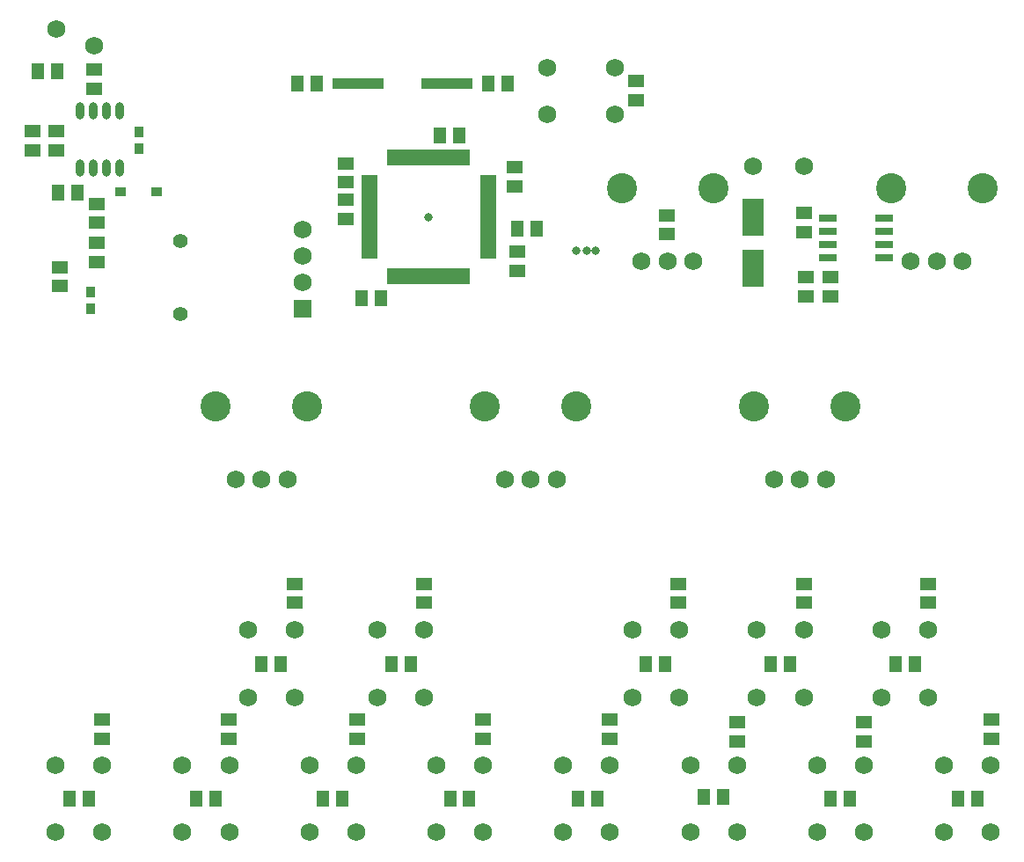
<source format=gbs>
G04 Layer_Color=16711935*
%FSLAX25Y25*%
%MOIN*%
G70*
G01*
G75*
%ADD26C,0.06800*%
%ADD27C,0.11430*%
%ADD28C,0.05524*%
%ADD29R,0.06800X0.06800*%
%ADD30C,0.03162*%
%ADD31R,0.03556X0.04147*%
%ADD32R,0.04540X0.06312*%
%ADD33R,0.06312X0.04540*%
%ADD34R,0.19501X0.04343*%
%ADD35R,0.06312X0.01981*%
%ADD36R,0.01981X0.06312*%
%ADD37O,0.03162X0.06509*%
%ADD38R,0.03950X0.03556*%
%ADD39R,0.08083X0.13989*%
%ADD40R,0.06902X0.03162*%
D26*
X428346Y325197D02*
D03*
X402756D02*
D03*
X428346Y342913D02*
D03*
X402756D02*
D03*
X570866Y53150D02*
D03*
Y78740D02*
D03*
X553150Y53150D02*
D03*
Y78740D02*
D03*
X547244Y104331D02*
D03*
Y129921D02*
D03*
X529528Y104331D02*
D03*
Y129921D02*
D03*
X522778Y53150D02*
D03*
Y78740D02*
D03*
X505062Y53150D02*
D03*
Y78740D02*
D03*
X500000Y104331D02*
D03*
Y129921D02*
D03*
X482283Y104331D02*
D03*
Y129921D02*
D03*
X474691Y53150D02*
D03*
Y78740D02*
D03*
X456974Y53150D02*
D03*
Y78740D02*
D03*
X452756Y104331D02*
D03*
Y129921D02*
D03*
X435039Y104331D02*
D03*
Y129921D02*
D03*
X426603Y53150D02*
D03*
Y78740D02*
D03*
X408886Y53150D02*
D03*
Y78740D02*
D03*
X378515Y53150D02*
D03*
Y78740D02*
D03*
X360799Y53150D02*
D03*
Y78740D02*
D03*
X356299Y104331D02*
D03*
Y129921D02*
D03*
X338583Y104331D02*
D03*
Y129921D02*
D03*
X330427Y53150D02*
D03*
Y78740D02*
D03*
X312711Y53150D02*
D03*
Y78740D02*
D03*
X307087Y104331D02*
D03*
Y129921D02*
D03*
X289370Y104331D02*
D03*
Y129921D02*
D03*
X282340Y53150D02*
D03*
Y78740D02*
D03*
X264623Y53150D02*
D03*
Y78740D02*
D03*
X234252Y53150D02*
D03*
Y78740D02*
D03*
X216535Y53150D02*
D03*
Y78740D02*
D03*
X231102Y351181D02*
D03*
X216929Y357480D02*
D03*
X488780Y187008D02*
D03*
X498622D02*
D03*
X508465D02*
D03*
X386713D02*
D03*
X396555D02*
D03*
X406398D02*
D03*
X284646D02*
D03*
X294488D02*
D03*
X304331D02*
D03*
X540551Y269685D02*
D03*
X550394D02*
D03*
X560236D02*
D03*
X438484D02*
D03*
X448327D02*
D03*
X458169D02*
D03*
X310236Y271654D02*
D03*
Y261653D02*
D03*
Y281653D02*
D03*
X480709Y305512D02*
D03*
X500000D02*
D03*
D27*
X481299Y214567D02*
D03*
X515945D02*
D03*
X379232D02*
D03*
X413878D02*
D03*
X277165D02*
D03*
X311811D02*
D03*
X533071Y297244D02*
D03*
X567717D02*
D03*
X431004D02*
D03*
X465650D02*
D03*
D28*
X263779Y249606D02*
D03*
Y277165D02*
D03*
D29*
X310236Y251654D02*
D03*
D30*
X234252Y95866D02*
D03*
X282283Y95965D02*
D03*
X330709D02*
D03*
X378346D02*
D03*
X426378D02*
D03*
X474803Y95177D02*
D03*
X522835D02*
D03*
X571260Y95965D02*
D03*
X547244Y147539D02*
D03*
X500000D02*
D03*
X452362D02*
D03*
X356299D02*
D03*
X307087D02*
D03*
X357874Y286221D02*
D03*
X413779Y273622D02*
D03*
X417717D02*
D03*
X421260D02*
D03*
D31*
X229921Y251575D02*
D03*
Y257874D02*
D03*
X248228Y312402D02*
D03*
Y318701D02*
D03*
D32*
X217618Y295669D02*
D03*
X224902D02*
D03*
X398917Y281890D02*
D03*
X391634D02*
D03*
X558366Y65945D02*
D03*
X565650D02*
D03*
X534744Y117126D02*
D03*
X542028D02*
D03*
X510278Y65945D02*
D03*
X517562D02*
D03*
X487500Y117126D02*
D03*
X494783D02*
D03*
X369390Y317323D02*
D03*
X362106D02*
D03*
X462191Y66535D02*
D03*
X469474D02*
D03*
X440256Y117126D02*
D03*
X447539D02*
D03*
X414469Y65945D02*
D03*
X421752D02*
D03*
X380610Y337008D02*
D03*
X387894D02*
D03*
X366015Y65945D02*
D03*
X373299D02*
D03*
X332579Y255512D02*
D03*
X339862D02*
D03*
X315453Y337008D02*
D03*
X308169D02*
D03*
X343799Y117126D02*
D03*
X351083D02*
D03*
X317927Y65945D02*
D03*
X325211D02*
D03*
X294587Y117126D02*
D03*
X301870D02*
D03*
X269840Y65945D02*
D03*
X277123D02*
D03*
X221752D02*
D03*
X229035D02*
D03*
X217028Y341732D02*
D03*
X209744D02*
D03*
D33*
X218110Y267421D02*
D03*
Y260138D02*
D03*
X232283Y269193D02*
D03*
Y276476D02*
D03*
X231102Y342224D02*
D03*
Y334941D02*
D03*
X207874Y318996D02*
D03*
Y311713D02*
D03*
X216929D02*
D03*
Y318996D02*
D03*
X571260Y88583D02*
D03*
Y95866D02*
D03*
X547244Y140157D02*
D03*
Y147441D02*
D03*
X522835Y87697D02*
D03*
Y94980D02*
D03*
X500000Y140157D02*
D03*
Y147441D02*
D03*
X474803Y87697D02*
D03*
Y94980D02*
D03*
X452362Y140157D02*
D03*
Y147441D02*
D03*
X426378Y88583D02*
D03*
Y95866D02*
D03*
X378346Y88583D02*
D03*
Y95866D02*
D03*
X356299Y140157D02*
D03*
Y147441D02*
D03*
X330709Y88583D02*
D03*
Y95866D02*
D03*
X307087Y140157D02*
D03*
Y147441D02*
D03*
X282283Y88583D02*
D03*
Y95866D02*
D03*
X234252Y88583D02*
D03*
Y95866D02*
D03*
X391339Y266043D02*
D03*
Y273327D02*
D03*
X390551Y297933D02*
D03*
Y305217D02*
D03*
X436614Y337894D02*
D03*
Y330610D02*
D03*
X326378Y306791D02*
D03*
Y299508D02*
D03*
X500787Y263484D02*
D03*
Y256201D02*
D03*
X510236Y263484D02*
D03*
Y256201D02*
D03*
X448032Y287106D02*
D03*
Y279823D02*
D03*
X500000Y280610D02*
D03*
Y287894D02*
D03*
X232283Y284154D02*
D03*
Y291437D02*
D03*
X326378Y293012D02*
D03*
Y285728D02*
D03*
D34*
X364764Y337008D02*
D03*
X331299D02*
D03*
D35*
X335433Y301181D02*
D03*
Y299213D02*
D03*
Y297244D02*
D03*
Y295276D02*
D03*
Y293307D02*
D03*
Y291339D02*
D03*
Y289370D02*
D03*
Y287402D02*
D03*
Y285433D02*
D03*
Y283465D02*
D03*
Y281496D02*
D03*
Y279528D02*
D03*
Y277559D02*
D03*
Y275591D02*
D03*
Y273622D02*
D03*
Y271654D02*
D03*
X380315D02*
D03*
Y273622D02*
D03*
Y275591D02*
D03*
Y277559D02*
D03*
Y279528D02*
D03*
Y281496D02*
D03*
Y283465D02*
D03*
Y285433D02*
D03*
Y287402D02*
D03*
Y289370D02*
D03*
Y291339D02*
D03*
Y293307D02*
D03*
Y295276D02*
D03*
Y297244D02*
D03*
Y299213D02*
D03*
Y301181D02*
D03*
D36*
X343110Y263976D02*
D03*
X345079D02*
D03*
X347047D02*
D03*
X349016D02*
D03*
X350984D02*
D03*
X352953D02*
D03*
X354921D02*
D03*
X356890D02*
D03*
X358858D02*
D03*
X360827D02*
D03*
X362795D02*
D03*
X364764D02*
D03*
X366732D02*
D03*
X368701D02*
D03*
X370669D02*
D03*
X372638D02*
D03*
Y308858D02*
D03*
X370669D02*
D03*
X368701D02*
D03*
X366732D02*
D03*
X364764D02*
D03*
X362795D02*
D03*
X360827D02*
D03*
X358858D02*
D03*
X356890D02*
D03*
X354921D02*
D03*
X352953D02*
D03*
X350984D02*
D03*
X349016D02*
D03*
X347047D02*
D03*
X345079D02*
D03*
X343110D02*
D03*
D37*
X225964Y326476D02*
D03*
X230964D02*
D03*
X235964D02*
D03*
X240965D02*
D03*
X225964Y305020D02*
D03*
X230964D02*
D03*
X235964D02*
D03*
X240965D02*
D03*
D38*
X241142Y296063D02*
D03*
X254921D02*
D03*
D39*
X480709Y266929D02*
D03*
Y286417D02*
D03*
D40*
X530315Y285846D02*
D03*
Y280847D02*
D03*
Y275847D02*
D03*
Y270847D02*
D03*
X509055Y285846D02*
D03*
Y280847D02*
D03*
Y275847D02*
D03*
Y270847D02*
D03*
M02*

</source>
